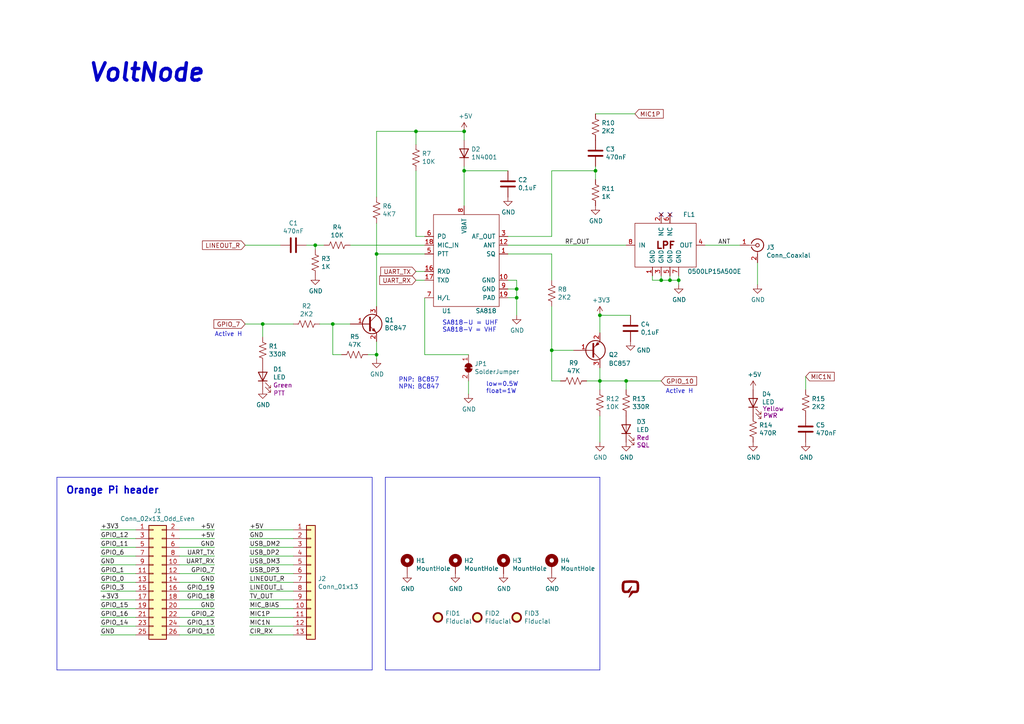
<source format=kicad_sch>
(kicad_sch (version 20230121) (generator eeschema)
  (paper "A4")
  (title_block (title "VoltNode - SA818 EchoLink Node") (date "2023-10-03") (rev "B") (company "Voltlog"))
  (lib_symbols
    (symbol "Connector:Conn_Coaxial" (pin_names (offset 1.016) hide)
      (property "Reference" "J" (at 0.254 3.048 0))
      (property "Value" "Conn_Coaxial" (at 2.921 0 90))
      (symbol "Conn_Coaxial_0_1"
        (arc (start -1.778 -0.508) (mid 0.2311 -1.8066) (end 1.778 0) (stroke (width 0.254)))
        (polyline (pts (xy -2.54 0) (xy -0.508 0)))
        (polyline (pts (xy 0 -2.54) (xy 0 -1.778)))
        (circle (center 0 0) (radius 0.508) (stroke (width 0.2032)))
        (arc (start 1.778 0) (mid 0.2099 1.8101) (end -1.778 0.508) (stroke (width 0.254)))
      )
      (symbol "Conn_Coaxial_1_1"
        (pin passive line (at -5.08 0 0) (length 2.54) (name "In") (number "1"))
        (pin passive line (at 0 -5.08 90) (length 2.54) (name "Ext") (number "2"))
      )
    )
    (symbol "Connector_Generic:Conn_01x13" (pin_names (offset 1.016) hide)
      (property "Reference" "J" (at 0 17.78 0))
      (property "Value" "Conn_01x13" (at 0 -17.78 0))
      (symbol "Conn_01x13_1_1"
        (rectangle (start -1.27 -15.113) (end 0 -15.367) (stroke (width 0.1524)))
        (rectangle (start -1.27 -12.573) (end 0 -12.827) (stroke (width 0.1524)))
        (rectangle (start -1.27 -10.033) (end 0 -10.287) (stroke (width 0.1524)))
        (rectangle (start -1.27 -7.493) (end 0 -7.747) (stroke (width 0.1524)))
        (rectangle (start -1.27 -4.953) (end 0 -5.207) (stroke (width 0.1524)))
        (rectangle (start -1.27 -2.413) (end 0 -2.667) (stroke (width 0.1524)))
        (rectangle (start -1.27 0.127) (end 0 -0.127) (stroke (width 0.1524)))
        (rectangle (start -1.27 2.667) (end 0 2.413) (stroke (width 0.1524)))
        (rectangle (start -1.27 5.207) (end 0 4.953) (stroke (width 0.1524)))
        (rectangle (start -1.27 7.747) (end 0 7.493) (stroke (width 0.1524)))
        (rectangle (start -1.27 10.287) (end 0 10.033) (stroke (width 0.1524)))
        (rectangle (start -1.27 12.827) (end 0 12.573) (stroke (width 0.1524)))
        (rectangle (start -1.27 15.367) (end 0 15.113) (stroke (width 0.1524)))
        (rectangle (start -1.27 16.51) (end 1.27 -16.51) (stroke (width 0.254)) (fill (type background)))
        (pin passive line (at -5.08 15.24 0) (length 3.81) (name "Pin_1") (number "1"))
        (pin passive line (at -5.08 -7.62 0) (length 3.81) (name "Pin_10") (number "10"))
        (pin passive line (at -5.08 -10.16 0) (length 3.81) (name "Pin_11") (number "11"))
        (pin passive line (at -5.08 -12.7 0) (length 3.81) (name "Pin_12") (number "12"))
        (pin passive line (at -5.08 -15.24 0) (length 3.81) (name "Pin_13") (number "13"))
        (pin passive line (at -5.08 12.7 0) (length 3.81) (name "Pin_2") (number "2"))
        (pin passive line (at -5.08 10.16 0) (length 3.81) (name "Pin_3") (number "3"))
        (pin passive line (at -5.08 7.62 0) (length 3.81) (name "Pin_4") (number "4"))
        (pin passive line (at -5.08 5.08 0) (length 3.81) (name "Pin_5") (number "5"))
        (pin passive line (at -5.08 2.54 0) (length 3.81) (name "Pin_6") (number "6"))
        (pin passive line (at -5.08 0 0) (length 3.81) (name "Pin_7") (number "7"))
        (pin passive line (at -5.08 -2.54 0) (length 3.81) (name "Pin_8") (number "8"))
        (pin passive line (at -5.08 -5.08 0) (length 3.81) (name "Pin_9") (number "9"))
      )
    )
    (symbol "Connector_Generic:Conn_02x13_Odd_Even" (pin_names (offset 1.016) hide)
      (property "Reference" "J" (at 1.27 17.78 0))
      (property "Value" "Conn_02x13_Odd_Even" (at 1.27 -17.78 0))
      (symbol "Conn_02x13_Odd_Even_1_1"
        (rectangle (start -1.27 -15.113) (end 0 -15.367) (stroke (width 0.1524)))
        (rectangle (start -1.27 -12.573) (end 0 -12.827) (stroke (width 0.1524)))
        (rectangle (start -1.27 -10.033) (end 0 -10.287) (stroke (width 0.1524)))
        (rectangle (start -1.27 -7.493) (end 0 -7.747) (stroke (width 0.1524)))
        (rectangle (start -1.27 -4.953) (end 0 -5.207) (stroke (width 0.1524)))
        (rectangle (start -1.27 -2.413) (end 0 -2.667) (stroke (width 0.1524)))
        (rectangle (start -1.27 0.127) (end 0 -0.127) (stroke (width 0.1524)))
        (rectangle (start -1.27 2.667) (end 0 2.413) (stroke (width 0.1524)))
        (rectangle (start -1.27 5.207) (end 0 4.953) (stroke (width 0.1524)))
        (rectangle (start -1.27 7.747) (end 0 7.493) (stroke (width 0.1524)))
        (rectangle (start -1.27 10.287) (end 0 10.033) (stroke (width 0.1524)))
        (rectangle (start -1.27 12.827) (end 0 12.573) (stroke (width 0.1524)))
        (rectangle (start -1.27 15.367) (end 0 15.113) (stroke (width 0.1524)))
        (rectangle (start -1.27 16.51) (end 3.81 -16.51) (stroke (width 0.254)) (fill (type background)))
        (rectangle (start 3.81 -15.113) (end 2.54 -15.367) (stroke (width 0.1524)))
        (rectangle (start 3.81 -12.573) (end 2.54 -12.827) (stroke (width 0.1524)))
        (rectangle (start 3.81 -10.033) (end 2.54 -10.287) (stroke (width 0.1524)))
        (rectangle (start 3.81 -7.493) (end 2.54 -7.747) (stroke (width 0.1524)))
        (rectangle (start 3.81 -4.953) (end 2.54 -5.207) (stroke (width 0.1524)))
        (rectangle (start 3.81 -2.413) (end 2.54 -2.667) (stroke (width 0.1524)))
        (rectangle (start 3.81 0.127) (end 2.54 -0.127) (stroke (width 0.1524)))
        (rectangle (start 3.81 2.667) (end 2.54 2.413) (stroke (width 0.1524)))
        (rectangle (start 3.81 5.207) (end 2.54 4.953) (stroke (width 0.1524)))
        (rectangle (start 3.81 7.747) (end 2.54 7.493) (stroke (width 0.1524)))
        (rectangle (start 3.81 10.287) (end 2.54 10.033) (stroke (width 0.1524)))
        (rectangle (start 3.81 12.827) (end 2.54 12.573) (stroke (width 0.1524)))
        (rectangle (start 3.81 15.367) (end 2.54 15.113) (stroke (width 0.1524)))
        (pin passive line (at -5.08 15.24 0) (length 3.81) (name "Pin_1") (number "1"))
        (pin passive line (at 7.62 5.08 180) (length 3.81) (name "Pin_10") (number "10"))
        (pin passive line (at -5.08 2.54 0) (length 3.81) (name "Pin_11") (number "11"))
        (pin passive line (at 7.62 2.54 180) (length 3.81) (name "Pin_12") (number "12"))
        (pin passive line (at -5.08 0 0) (length 3.81) (name "Pin_13") (number "13"))
        (pin passive line (at 7.62 0 180) (length 3.81) (name "Pin_14") (number "14"))
        (pin passive line (at -5.08 -2.54 0) (length 3.81) (name "Pin_15") (number "15"))
        (pin passive line (at 7.62 -2.54 180) (length 3.81) (name "Pin_16") (number "16"))
        (pin passive line (at -5.08 -5.08 0) (length 3.81) (name "Pin_17") (number "17"))
        (pin passive line (at 7.62 -5.08 180) (length 3.81) (name "Pin_18") (number "18"))
        (pin passive line (at -5.08 -7.62 0) (length 3.81) (name "Pin_19") (number "19"))
        (pin passive line (at 7.62 15.24 180) (length 3.81) (name "Pin_2") (number "2"))
        (pin passive line (at 7.62 -7.62 180) (length 3.81) (name "Pin_20") (number "20"))
        (pin passive line (at -5.08 -10.16 0) (length 3.81) (name "Pin_21") (number "21"))
        (pin passive line (at 7.62 -10.16 180) (length 3.81) (name "Pin_22") (number "22"))
        (pin passive line (at -5.08 -12.7 0) (length 3.81) (name "Pin_23") (number "23"))
        (pin passive line (at 7.62 -12.7 180) (length 3.81) (name "Pin_24") (number "24"))
        (pin passive line (at -5.08 -15.24 0) (length 3.81) (name "Pin_25") (number "25"))
        (pin passive line (at 7.62 -15.24 180) (length 3.81) (name "Pin_26") (number "26"))
        (pin passive line (at -5.08 12.7 0) (length 3.81) (name "Pin_3") (number "3"))
        (pin passive line (at 7.62 12.7 180) (length 3.81) (name "Pin_4") (number "4"))
        (pin passive line (at -5.08 10.16 0) (length 3.81) (name "Pin_5") (number "5"))
        (pin passive line (at 7.62 10.16 180) (length 3.81) (name "Pin_6") (number "6"))
        (pin passive line (at -5.08 7.62 0) (length 3.81) (name "Pin_7") (number "7"))
        (pin passive line (at 7.62 7.62 180) (length 3.81) (name "Pin_8") (number "8"))
        (pin passive line (at -5.08 5.08 0) (length 3.81) (name "Pin_9") (number "9"))
      )
    )
    (symbol "Device:C" (pin_numbers hide) (pin_names (offset 0.254))
      (property "Reference" "C" (at 0.635 2.54 0))
      (property "Value" "C" (at 0.635 -2.54 0))
      (symbol "C_0_1"
        (polyline (pts (xy -2.032 -0.762) (xy 2.032 -0.762)) (stroke (width 0.508)))
        (polyline (pts (xy -2.032 0.762) (xy 2.032 0.762)) (stroke (width 0.508)))
      )
      (symbol "C_1_1"
        (pin passive line (at 0 3.81 270) (length 2.794) (name "~") (number "1"))
        (pin passive line (at 0 -3.81 90) (length 2.794) (name "~") (number "2"))
      )
    )
    (symbol "Device:D" (pin_numbers hide) (pin_names (offset 1.016) hide)
      (property "Reference" "D" (at 0 2.54 0))
      (property "Value" "D" (at 0 -2.54 0))
      (symbol "D_0_1"
        (polyline (pts (xy -1.27 1.27) (xy -1.27 -1.27)) (stroke (width 0.254)))
        (polyline (pts (xy 1.27 0) (xy -1.27 0)))
        (polyline (pts (xy 1.27 1.27) (xy 1.27 -1.27) (xy -1.27 0) (xy 1.27 1.27)) (stroke (width 0.254)))
      )
      (symbol "D_1_1"
        (pin passive line (at -3.81 0 0) (length 2.54) (name "K") (number "1"))
        (pin passive line (at 3.81 0 180) (length 2.54) (name "A") (number "2"))
      )
    )
    (symbol "Device:LED" (pin_numbers hide) (pin_names (offset 1.016) hide)
      (property "Reference" "D" (at 0 2.54 0))
      (property "Value" "LED" (at 0 -2.54 0))
      (symbol "LED_0_1"
        (polyline (pts (xy -1.27 -1.27) (xy -1.27 1.27)) (stroke (width 0.254)))
        (polyline (pts (xy -1.27 0) (xy 1.27 0)))
        (polyline (pts (xy 1.27 -1.27) (xy 1.27 1.27) (xy -1.27 0) (xy 1.27 -1.27)) (stroke (width 0.254)))
        (polyline (pts (xy -3.048 -0.762) (xy -4.572 -2.286) (xy -3.81 -2.286) (xy -4.572 -2.286) (xy -4.572 -1.524)))
        (polyline (pts (xy -1.778 -0.762) (xy -3.302 -2.286) (xy -2.54 -2.286) (xy -3.302 -2.286) (xy -3.302 -1.524)))
      )
      (symbol "LED_1_1"
        (pin passive line (at -3.81 0 0) (length 2.54) (name "K") (number "1"))
        (pin passive line (at 3.81 0 180) (length 2.54) (name "A") (number "2"))
      )
    )
    (symbol "Device:Q_NPN_BEC" (pin_names (offset 0) hide)
      (property "Reference" "Q" (at 5.08 1.27 0))
      (property "Value" "Q_NPN_BEC" (at 5.08 -1.27 0))
      (symbol "Q_NPN_BEC_0_1"
        (polyline (pts (xy 0.635 0.635) (xy 2.54 2.54)))
        (polyline (pts (xy 0.635 -0.635) (xy 2.54 -2.54) (xy 2.54 -2.54)))
        (polyline (pts (xy 0.635 1.905) (xy 0.635 -1.905) (xy 0.635 -1.905)) (stroke (width 0.508)))
        (polyline (pts (xy 1.27 -1.778) (xy 1.778 -1.27) (xy 2.286 -2.286) (xy 1.27 -1.778) (xy 1.27 -1.778)) (fill (type outline)))
        (circle (center 1.27 0) (radius 2.8194) (stroke (width 0.254)))
      )
      (symbol "Q_NPN_BEC_1_1"
        (pin input line (at -5.08 0 0) (length 5.715) (name "B") (number "1"))
        (pin passive line (at 2.54 -5.08 90) (length 2.54) (name "E") (number "2"))
        (pin passive line (at 2.54 5.08 270) (length 2.54) (name "C") (number "3"))
      )
    )
    (symbol "Device:Q_PNP_BEC" (pin_names (offset 0) hide)
      (property "Reference" "Q" (at 5.08 1.27 0))
      (property "Value" "Q_PNP_BEC" (at 5.08 -1.27 0))
      (symbol "Q_PNP_BEC_0_1"
        (polyline (pts (xy 0.635 0.635) (xy 2.54 2.54)))
        (polyline (pts (xy 0.635 -0.635) (xy 2.54 -2.54) (xy 2.54 -2.54)))
        (polyline (pts (xy 0.635 1.905) (xy 0.635 -1.905) (xy 0.635 -1.905)) (stroke (width 0.508)))
        (polyline (pts (xy 2.286 -1.778) (xy 1.778 -2.286) (xy 1.27 -1.27) (xy 2.286 -1.778) (xy 2.286 -1.778)) (fill (type outline)))
        (circle (center 1.27 0) (radius 2.8194) (stroke (width 0.254)))
      )
      (symbol "Q_PNP_BEC_1_1"
        (pin input line (at -5.08 0 0) (length 5.715) (name "B") (number "1"))
        (pin passive line (at 2.54 -5.08 90) (length 2.54) (name "E") (number "2"))
        (pin passive line (at 2.54 5.08 270) (length 2.54) (name "C") (number "3"))
      )
    )
    (symbol "Device:R_US" (pin_numbers hide) (pin_names (offset 0))
      (property "Reference" "R" (at 2.54 0 90))
      (property "Value" "R_US" (at -2.54 0 90))
      (symbol "R_US_0_1"
        (polyline (pts (xy 0 -2.286) (xy 0 -2.54)))
        (polyline (pts (xy 0 2.286) (xy 0 2.54)))
        (polyline (pts (xy 0 -0.762) (xy 1.016 -1.143) (xy 0 -1.524) (xy -1.016 -1.905) (xy 0 -2.286)))
        (polyline (pts (xy 0 0.762) (xy 1.016 0.381) (xy 0 0) (xy -1.016 -0.381) (xy 0 -0.762)))
        (polyline (pts (xy 0 2.286) (xy 1.016 1.905) (xy 0 1.524) (xy -1.016 1.143) (xy 0 0.762)))
      )
      (symbol "R_US_1_1"
        (pin passive line (at 0 3.81 270) (length 1.27) (name "~") (number "1"))
        (pin passive line (at 0 -3.81 90) (length 1.27) (name "~") (number "2"))
      )
    )
    (symbol "Jumper:SolderJumper_2_Bridged" (pin_names (offset 0) hide)
      (property "Reference" "JP" (at 0 2.032 0))
      (property "Value" "SolderJumper_2_Bridged" (at 0 -2.54 0))
      (symbol "SolderJumper_2_Bridged_0_1"
        (rectangle (start -0.508 0.508) (end 0.508 -0.508) (fill (type outline)))
        (arc (start -0.254 1.016) (mid -1.2656 0) (end -0.254 -1.016))
        (arc (start -0.254 1.016) (mid -1.2656 0) (end -0.254 -1.016) (fill (type outline)))
        (polyline (pts (xy -0.254 1.016) (xy -0.254 -1.016)))
        (polyline (pts (xy 0.254 1.016) (xy 0.254 -1.016)))
        (arc (start 0.254 -1.016) (mid 1.2656 0) (end 0.254 1.016))
        (arc (start 0.254 -1.016) (mid 1.2656 0) (end 0.254 1.016) (fill (type outline)))
      )
      (symbol "SolderJumper_2_Bridged_1_1"
        (pin passive line (at -3.81 0 0) (length 2.54) (name "A") (number "1"))
        (pin passive line (at 3.81 0 180) (length 2.54) (name "B") (number "2"))
      )
    )
    (symbol "Mechanical:Fiducial"
      (property "Reference" "FID" (at 0 5.08 0))
      (property "Value" "Fiducial" (at 0 3.175 0))
      (symbol "Fiducial_0_1"
        (circle (center 0 0) (radius 1.27) (stroke (width 0.508)) (fill (type background)))
      )
    )
    (symbol "Mechanical:MountingHole_Pad" (pin_numbers hide) (pin_names (offset 1.016) hide)
      (property "Reference" "H" (at 0 6.35 0))
      (property "Value" "MountingHole_Pad" (at 0 4.445 0))
      (symbol "MountingHole_Pad_0_1"
        (circle (center 0 1.27) (radius 1.27) (stroke (width 1.27)))
      )
      (symbol "MountingHole_Pad_1_1"
        (pin input line (at 0 -2.54 90) (length 2.54) (name "1") (number "1"))
      )
    )
    (symbol "power:+3V3" (power) (pin_names (offset 0))
      (property "Value" "+3V3" (at 0 3.556 0))
      (symbol "+3V3_0_1"
        (polyline (pts (xy -0.762 1.27) (xy 0 2.54)))
        (polyline (pts (xy 0 0) (xy 0 2.54)))
        (polyline (pts (xy 0 2.54) (xy 0.762 1.27)))
      )
      (symbol "+3V3_1_1"
        (pin power_in line (at 0 0 90) (length 0) hide (name "+3V3") (number "1"))
      )
    )
    (symbol "power:+5V" (power) (pin_names (offset 0))
      (property "Value" "+5V" (at 0 3.556 0))
      (symbol "+5V_0_1"
        (polyline (pts (xy -0.762 1.27) (xy 0 2.54)))
        (polyline (pts (xy 0 0) (xy 0 2.54)))
        (polyline (pts (xy 0 2.54) (xy 0.762 1.27)))
      )
      (symbol "+5V_1_1"
        (pin power_in line (at 0 0 90) (length 0) hide (name "+5V") (number "1"))
      )
    )
    (symbol "power:GND" (power) (pin_names (offset 0))
      (property "Value" "GND" (at 0 -3.81 0))
      (symbol "GND_0_1"
        (polyline (pts (xy 0 0) (xy 0 -1.27) (xy 1.27 -1.27) (xy 0 -2.54) (xy -1.27 -1.27) (xy 0 -1.27)))
      )
      (symbol "GND_1_1"
        (pin power_in line (at 0 0 270) (length 0) hide (name "GND") (number "1"))
      )
    )
    (symbol "voltlog UHF repeater-rescue:LPF-voltlog" (pin_names (offset 1.016))
      (property "Reference" "FL" (at -1.27 22.86 0))
      (property "Value" "voltlog_LPF" (at 0 5.08 0))
      (symbol "LPF-voltlog_0_0"
        (text "LPF" (at -8.89 13.97 0) (effects (font (size 2.0066 2.0066) bold)))
      )
      (symbol "LPF-voltlog_0_1"
        (rectangle (start -17.78 20.32) (end 0 7.62))
      )
      (symbol "LPF-voltlog_1_1"
        (pin passive line (at -12.7 5.08 90) (length 2.54) (name "GND") (number "1"))
        (pin no_connect line (at -10.16 22.86 270) (length 2.54) (name "NC") (number "2"))
        (pin passive line (at -10.16 5.08 90) (length 2.54) (name "GND") (number "3"))
        (pin output line (at 2.54 13.97 180) (length 2.54) (name "OUT") (number "4"))
        (pin passive line (at -7.62 5.08 90) (length 2.54) (name "GND") (number "5"))
        (pin no_connect line (at -7.62 22.86 270) (length 2.54) (name "NC") (number "6"))
        (pin passive line (at -5.08 5.08 90) (length 2.54) (name "GND") (number "7"))
        (pin input line (at -20.32 13.97 0) (length 2.54) (name "IN") (number "8"))
      )
    )
    (symbol "voltlog UHF repeater-rescue:SA818-voltlog" (pin_names (offset 1.016))
      (property "Reference" "U" (at -8.89 13.97 0))
      (property "Value" "voltlog_SA818" (at 3.81 13.97 0))
      (symbol "SA818-voltlog_0_1"
        (rectangle (start -10.16 12.7) (end 8.89 -13.97))
      )
      (symbol "SA818-voltlog_1_1"
        (pin input line (at 11.43 1.27 180) (length 2.54) (name "SQ") (number "1"))
        (pin input line (at 11.43 -6.35 180) (length 2.54) (name "GND") (number "10"))
        (pin bidirectional line (at 11.43 3.81 180) (length 2.54) (name "ANT") (number "12"))
        (pin input line (at -12.7 -3.81 0) (length 2.54) (name "RXD") (number "16"))
        (pin input line (at -12.7 -6.35 0) (length 2.54) (name "TXD") (number "17"))
        (pin input line (at -12.7 3.81 0) (length 2.54) (name "MIC_IN") (number "18"))
        (pin input line (at 11.43 -11.43 180) (length 2.54) (name "PAD") (number "19"))
        (pin output line (at 11.43 6.35 180) (length 2.54) (name "AF_OUT") (number "3"))
        (pin input line (at -12.7 1.27 0) (length 2.54) (name "PTT") (number "5"))
        (pin input line (at -12.7 6.35 0) (length 2.54) (name "PD") (number "6"))
        (pin input line (at -12.7 -11.43 0) (length 2.54) (name "H/L") (number "7"))
        (pin power_in line (at -1.27 15.24 270) (length 2.54) (name "VBAT") (number "8"))
        (pin input line (at 11.43 -8.89 180) (length 2.54) (name "GND") (number "9"))
      )
    )
    (symbol "voltlog UHF repeater-rescue:VOLTLOG_LOGO-voltlog" (pin_numbers hide) (pin_names (offset 0) hide)
      (symbol "VOLTLOG_LOGO-voltlog_0_0"
        (polyline (pts (xy -0.4064 -3.0988) (xy -0.4064 -3.0734) (xy -0.2286 -2.8956) (xy -0.1778 -2.8194) (xy -0.0254 -2.667) (xy 0.0508 -2.5654) (xy 0.2032 -2.413) (xy 0.2794 -2.3114) (xy 0.4318 -2.159) (xy 0.5334 -2.0066) (xy 0.7366 -1.8034) (xy 1.524 -1.8034) (xy 1.6002 -1.778) (xy 1.7018 -1.778) (xy 1.8288 -1.7526) (xy 1.9558 -1.7018) (xy 2.0574 -1.6256) (xy 2.2352 -1.4478) (xy 2.286 -1.3462) (xy 2.3622 -1.2192) (xy 2.3876 -1.0922) (xy 2.413 -1.0414) (xy 2.413 -0.9398) (xy 2.4384 -0.8382) (xy 2.4384 -0.7366) (xy 2.4638 -0.6096) (xy 2.4638 0.6096) (xy 2.4384 0.6858) (xy 2.4384 0.762) (xy 2.413 0.8382) (xy 2.413 0.9398) (xy 2.3622 1.143) (xy 2.3114 1.2954) (xy 2.2606 1.3716) (xy 2.2098 1.4224) (xy 2.159 1.4986) (xy 2.1082 1.524) (xy 2.0574 1.5748) (xy 1.9812 1.6256) (xy 1.8796 1.6764) (xy 1.7272 1.7272) (xy 1.6256 1.7526) (xy 1.524 1.7526) (xy 1.397 1.778) (xy 1.27 1.778) (xy 1.1176 1.8034) (xy 0.6096 1.8034) (xy 0.4318 1.8288) (xy -0.4826 1.8288) (xy -0.6604 1.8034) (xy -1.143 1.8034) (xy -1.2954 1.778) (xy -1.4224 1.778) (xy -1.5494 1.7526) (xy -1.651 1.7526) (xy -1.7272 1.7272) (xy -1.8034 1.7272) (xy -1.9304 1.6764) (xy -2.032 1.6256) (xy -2.1336 1.5494) (xy -2.2352 1.4478) (xy -2.2606 1.397) (xy -2.3622 1.2954) (xy -2.413 1.143) (xy -2.4638 0.9398) (xy -2.4638 0.8382) (xy -2.4892 0.7112) (xy -2.5146 0.5588) (xy -2.5146 -0.635) (xy -2.4638 -0.889) (xy -2.4638 -0.9906) (xy -2.4384 -1.0922) (xy -2.3876 -1.2446) (xy -2.286 -1.4478) (xy -2.1844 -1.5494) (xy -1.9812 -1.7018) (xy -1.8542 -1.7526) (xy -1.7526 -1.8034) (xy -1.1938 -1.8034) (xy -1.1176 -1.778) (xy -0.5588 -1.778) (xy -0.4064 -1.7018) (xy -0.3302 -1.651) (xy -0.1778 -1.4986) (xy -0.1778 -1.4732) (xy -0.127 -1.3716) (xy -0.0508 -1.143) (xy -0.0254 -1.0922) (xy 0 -1.016) (xy 0.0254 -0.9144) (xy 0.0762 -0.8128) (xy 0.1016 -0.7112) (xy 0.1524 -0.5842) (xy 0.1778 -0.4826) (xy 0.2286 -0.3556) (xy 0.2286 -0.3302) (xy 0.254 -0.254) (xy 0.3048 -0.1524) (xy 0.3556 0) (xy 0.3556 0.0508) (xy 0.381 0.1016) (xy 0.381 0.127) (xy 0.4064 0.127) (xy 0.3556 0.1778) (xy 0.3302 0.1778) (xy 0.3302 0.1524) (xy 0.3048 0.1524) (xy 0.1778 0.0254) (xy 0.1524 -0.0254) (xy 0.0508 -0.127) (xy 0 -0.2032) (xy -0.1524 -0.3556) (xy -0.2286 -0.4572) (xy -0.4064 -0.635) (xy -0.4826 -0.7366) (xy -0.5334 -0.8128) (xy -0.6096 -0.8636) (xy -0.6604 -0.9398) (xy -0.8128 -1.0922) (xy -0.8636 -1.1684) (xy -1.4224 -1.1684) (xy -1.4986 -1.143) (xy -1.6256 -1.143) (xy -1.651 -1.1176) (xy -1.7272 -1.0922) (xy -1.778 -0.9906) (xy -1.8034 -0.9652) (xy -1.8034 -0.889) (xy -1.8288 -0.7874) (xy -1.8288 -0.6858) (xy -1.8542 -0.5588) (xy -1.8542 0.4572) (xy -1.8288 0.5842) (xy -1.8288 0.7112) (xy -1.8034 0.8128) (xy -1.8034 0.8636) (xy -1.778 0.9144) (xy -1.778 0.9652) (xy -1.7526 1.016) (xy -1.7272 1.0414) (xy -1.6256 1.0922) (xy -1.5748 1.0922) (xy -1.4986 1.1176) (xy -1.2954 1.1176) (xy -1.1684 1.143) (xy -0.8636 1.143) (xy -0.6858 1.1684) (xy 0.5588 1.1684) (xy 0.7366 1.143) (xy 1.1684 1.143) (xy 1.2954 1.1176) (xy 1.397 1.1176) (xy 1.4986 1.0922) (xy 1.5748 1.0922) (xy 1.6764 1.0414) (xy 1.7018 1.016) (xy 1.7272 0.9652) (xy 1.7526 0.889) (xy 1.7526 0.8128) (xy 1.778 0.7874) (xy 1.778 0.6858) (xy 1.8034 0.5588) (xy 1.8034 0.2794) (xy 1.8288 0.127) (xy 1.8288 -0.1778) (xy 1.8034 -0.3302) (xy 1.8034 -0.5842) (xy 1.778 -0.7112) (xy 1.778 -0.8128) (xy 1.7526 -0.9144) (xy 1.7526 -0.9906) (xy 1.7272 -1.016) (xy 1.7018 -1.0668) (xy 1.651 -1.1176) (xy 1.6002 -1.143) (xy 1.5748 -1.143) (xy 1.524 -1.1684) (xy 0.5334 -1.1684) (xy 0.4826 -1.1938) (xy 0.381 -1.1938) (xy 0.3556 -1.2192) (xy 0.3302 -1.2192) (xy 0.2794 -1.2446) (xy 0.2286 -1.2954) (xy 0.1524 -1.3462) (xy 0.0508 -1.4986) (xy 0.0254 -1.524) (xy 0 -1.5748) (xy 0 -1.6256) (xy -0.0254 -1.6764) (xy -0.0508 -1.7526) (xy -0.0762 -1.778) (xy -0.0762 -1.8288) (xy -0.127 -1.9812) (xy -0.1778 -2.0828) (xy -0.2032 -2.1844) (xy -0.254 -2.286) (xy -0.2794 -2.413) (xy -0.3302 -2.5146) (xy -0.3556 -2.6162) (xy -0.381 -2.6924) (xy -0.4318 -2.794) (xy -0.4826 -2.9464) (xy -0.4826 -2.9972) (xy -0.508 -3.048) (xy -0.508 -3.1242) (xy -0.4318 -3.1242) (xy -0.4064 -3.0988)) (stroke (width 0.0254)) (fill (type outline)))
      )
    )
  )
  (junction (at 76.2 93.98))
  (junction (at 173.99 91.44))
  (junction (at 91.44 71.12))
  (junction (at 109.22 73.66))
  (junction (at 181.61 110.49))
  (junction (at 196.85 81.28))
  (junction (at 149.86 83.82))
  (junction (at 160.02 101.6))
  (junction (at 109.22 102.87))
  (junction (at 134.62 49.53))
  (junction (at 173.99 110.49))
  (junction (at 194.31 81.28))
  (junction (at 134.62 38.1))
  (junction (at 172.72 49.53))
  (junction (at 149.86 86.36))
  (junction (at 120.65 38.1))
  (junction (at 96.52 93.98))
  (junction (at 191.77 81.28))
  (no_connect (at 194.31 62.23))
  (no_connect (at 191.77 62.23))
  (wire (pts (xy 29.21 168.91) (xy 39.37 168.91)))
  (wire (pts (xy 29.21 166.37) (xy 39.37 166.37)))
  (polyline (pts (xy 111.76 194.31) (xy 173.99 194.31)))
  (wire (pts (xy 72.39 173.99) (xy 85.09 173.99)))
  (wire (pts (xy 72.39 166.37) (xy 85.09 166.37)))
  (wire (pts (xy 147.32 49.53) (xy 134.62 49.53)))
  (wire (pts (xy 62.23 171.45) (xy 52.07 171.45)))
  (wire (pts (xy 149.86 81.28) (xy 149.86 83.82)))
  (polyline (pts (xy 107.95 138.43) (xy 107.95 194.31)))
  (wire (pts (xy 62.23 176.53) (xy 52.07 176.53)))
  (wire (pts (xy 99.06 102.87) (xy 96.52 102.87)))
  (wire (pts (xy 72.39 179.07) (xy 85.09 179.07)))
  (wire (pts (xy 120.65 68.58) (xy 123.19 68.58)))
  (wire (pts (xy 109.22 99.06) (xy 109.22 102.87)))
  (wire (pts (xy 204.47 71.12) (xy 214.63 71.12)))
  (wire (pts (xy 147.32 71.12) (xy 181.61 71.12)))
  (wire (pts (xy 96.52 93.98) (xy 101.6 93.98)))
  (wire (pts (xy 120.65 78.74) (xy 123.19 78.74)))
  (wire (pts (xy 123.19 73.66) (xy 109.22 73.66)))
  (wire (pts (xy 72.39 181.61) (xy 85.09 181.61)))
  (wire (pts (xy 72.39 176.53) (xy 85.09 176.53)))
  (polyline (pts (xy 111.76 138.43) (xy 173.99 138.43)))
  (wire (pts (xy 134.62 38.1) (xy 134.62 40.64)))
  (wire (pts (xy 184.15 33.02) (xy 172.72 33.02)))
  (wire (pts (xy 62.23 184.15) (xy 52.07 184.15)))
  (wire (pts (xy 72.39 168.91) (xy 85.09 168.91)))
  (wire (pts (xy 29.21 163.83) (xy 39.37 163.83)))
  (wire (pts (xy 76.2 97.79) (xy 76.2 93.98)))
  (wire (pts (xy 62.23 181.61) (xy 52.07 181.61)))
  (wire (pts (xy 160.02 73.66) (xy 160.02 81.28)))
  (wire (pts (xy 194.31 81.28) (xy 196.85 81.28)))
  (wire (pts (xy 29.21 184.15) (xy 39.37 184.15)))
  (wire (pts (xy 191.77 81.28) (xy 194.31 81.28)))
  (wire (pts (xy 189.23 81.28) (xy 191.77 81.28)))
  (wire (pts (xy 72.39 153.67) (xy 85.09 153.67)))
  (wire (pts (xy 233.68 109.22) (xy 233.68 113.03)))
  (wire (pts (xy 196.85 81.28) (xy 196.85 82.55)))
  (wire (pts (xy 29.21 173.99) (xy 39.37 173.99)))
  (wire (pts (xy 189.23 80.01) (xy 189.23 81.28)))
  (wire (pts (xy 149.86 86.36) (xy 149.86 91.44)))
  (wire (pts (xy 181.61 113.03) (xy 181.61 110.49)))
  (wire (pts (xy 173.99 91.44) (xy 173.99 96.52)))
  (wire (pts (xy 72.39 161.29) (xy 85.09 161.29)))
  (wire (pts (xy 191.77 80.01) (xy 191.77 81.28)))
  (wire (pts (xy 91.44 72.39) (xy 91.44 71.12)))
  (wire (pts (xy 219.71 76.2) (xy 219.71 82.55)))
  (wire (pts (xy 170.18 110.49) (xy 173.99 110.49)))
  (wire (pts (xy 91.44 71.12) (xy 93.98 71.12)))
  (wire (pts (xy 173.99 91.44) (xy 182.88 91.44)))
  (wire (pts (xy 173.99 110.49) (xy 181.61 110.49)))
  (polyline (pts (xy 16.51 194.31) (xy 16.51 138.43)))
  (wire (pts (xy 120.65 38.1) (xy 120.65 41.91)))
  (polyline (pts (xy 111.76 138.43) (xy 111.76 194.31)))
  (wire (pts (xy 160.02 49.53) (xy 172.72 49.53)))
  (wire (pts (xy 134.62 49.53) (xy 134.62 59.69)))
  (wire (pts (xy 160.02 101.6) (xy 160.02 110.49)))
  (wire (pts (xy 109.22 57.15) (xy 109.22 38.1)))
  (wire (pts (xy 96.52 93.98) (xy 92.71 93.98)))
  (wire (pts (xy 172.72 49.53) (xy 172.72 52.07)))
  (wire (pts (xy 72.39 163.83) (xy 85.09 163.83)))
  (wire (pts (xy 123.19 102.87) (xy 135.89 102.87)))
  (wire (pts (xy 29.21 176.53) (xy 39.37 176.53)))
  (wire (pts (xy 72.39 184.15) (xy 85.09 184.15)))
  (wire (pts (xy 72.39 156.21) (xy 85.09 156.21)))
  (wire (pts (xy 62.23 156.21) (xy 52.07 156.21)))
  (wire (pts (xy 147.32 81.28) (xy 149.86 81.28)))
  (wire (pts (xy 147.32 73.66) (xy 160.02 73.66)))
  (wire (pts (xy 62.23 163.83) (xy 52.07 163.83)))
  (wire (pts (xy 29.21 181.61) (xy 39.37 181.61)))
  (wire (pts (xy 72.39 171.45) (xy 85.09 171.45)))
  (wire (pts (xy 173.99 110.49) (xy 173.99 106.68)))
  (wire (pts (xy 149.86 83.82) (xy 149.86 86.36)))
  (wire (pts (xy 194.31 80.01) (xy 194.31 81.28)))
  (wire (pts (xy 62.23 168.91) (xy 52.07 168.91)))
  (wire (pts (xy 109.22 73.66) (xy 109.22 64.77)))
  (wire (pts (xy 160.02 101.6) (xy 166.37 101.6)))
  (wire (pts (xy 29.21 156.21) (xy 39.37 156.21)))
  (wire (pts (xy 196.85 80.01) (xy 196.85 81.28)))
  (wire (pts (xy 62.23 173.99) (xy 52.07 173.99)))
  (wire (pts (xy 134.62 48.26) (xy 134.62 49.53)))
  (wire (pts (xy 29.21 153.67) (xy 39.37 153.67)))
  (polyline (pts (xy 16.51 138.43) (xy 107.95 138.43)))
  (wire (pts (xy 120.65 81.28) (xy 123.19 81.28)))
  (wire (pts (xy 120.65 38.1) (xy 134.62 38.1)))
  (wire (pts (xy 85.09 93.98) (xy 76.2 93.98)))
  (wire (pts (xy 160.02 88.9) (xy 160.02 101.6)))
  (wire (pts (xy 29.21 179.07) (xy 39.37 179.07)))
  (wire (pts (xy 71.12 71.12) (xy 81.28 71.12)))
  (wire (pts (xy 109.22 38.1) (xy 120.65 38.1)))
  (wire (pts (xy 29.21 171.45) (xy 39.37 171.45)))
  (polyline (pts (xy 173.99 138.43) (xy 173.99 194.31)))
  (wire (pts (xy 62.23 166.37) (xy 52.07 166.37)))
  (wire (pts (xy 120.65 49.53) (xy 120.65 68.58)))
  (wire (pts (xy 62.23 153.67) (xy 52.07 153.67)))
  (wire (pts (xy 173.99 120.65) (xy 173.99 128.27)))
  (wire (pts (xy 109.22 73.66) (xy 109.22 88.9)))
  (wire (pts (xy 62.23 161.29) (xy 52.07 161.29)))
  (polyline (pts (xy 107.95 194.31) (xy 16.51 194.31)))
  (wire (pts (xy 173.99 110.49) (xy 173.99 113.03)))
  (wire (pts (xy 147.32 83.82) (xy 149.86 83.82)))
  (wire (pts (xy 88.9 71.12) (xy 91.44 71.12)))
  (wire (pts (xy 72.39 158.75) (xy 85.09 158.75)))
  (wire (pts (xy 160.02 68.58) (xy 160.02 49.53)))
  (wire (pts (xy 135.89 110.49) (xy 135.89 114.3)))
  (wire (pts (xy 147.32 68.58) (xy 160.02 68.58)))
  (wire (pts (xy 160.02 110.49) (xy 162.56 110.49)))
  (wire (pts (xy 62.23 158.75) (xy 52.07 158.75)))
  (wire (pts (xy 172.72 48.26) (xy 172.72 49.53)))
  (wire (pts (xy 123.19 86.36) (xy 123.19 102.87)))
  (wire (pts (xy 76.2 93.98) (xy 71.12 93.98)))
  (wire (pts (xy 147.32 86.36) (xy 149.86 86.36)))
  (wire (pts (xy 106.68 102.87) (xy 109.22 102.87)))
  (wire (pts (xy 29.21 161.29) (xy 39.37 161.29)))
  (wire (pts (xy 123.19 71.12) (xy 101.6 71.12)))
  (wire (pts (xy 29.21 158.75) (xy 39.37 158.75)))
  (wire (pts (xy 181.61 110.49) (xy 191.77 110.49)))
  (wire (pts (xy 109.22 102.87) (xy 109.22 104.14)))
  (wire (pts (xy 96.52 102.87) (xy 96.52 93.98)))
  (wire (pts (xy 62.23 179.07) (xy 52.07 179.07)))
  (text "Orange Pi header" (at 19.05 143.51 0) (effects (font (size 2.0066 2.0066) (thickness 0.4013) bold) (justify left bottom)))
  (text "SA818-U = UHF\nSA818-V = VHF" (at 128.27 96.52 0) (effects (font (size 1.27 1.27)) (justify left bottom)))
  (text "Active H" (at 193.04 114.3 0) (effects (font (size 1.27 1.27)) (justify left bottom)))
  (text "low=0.5W\nfloat=1W" (at 140.97 114.3 0) (effects (font (size 1.27 1.27)) (justify left bottom)))
  (text "Active H" (at 62.23 97.79 0) (effects (font (size 1.27 1.27)) (justify left bottom)))
  (text "VoltNode" (at 25.4 24.13 0) (effects (font (size 5.0038 5.0038) (thickness 1.0008) bold italic) (justify left bottom)))
  (text "PNP: BC857\nNPN: BC847" (at 115.57 113.03 0) (effects (font (size 1.27 1.27)) (justify left bottom)))
  (label "LINEOUT_R" (at 72.39 168.91 0))
  (label "GPIO_11" (at 29.21 158.75 0))
  (label "TV_OUT" (at 72.39 173.99 0))
  (label "GPIO_18" (at 62.23 173.99 180))
  (label "GPIO_15" (at 29.21 176.53 0))
  (label "USB_DP3" (at 72.39 166.37 0))
  (label "MIC1N" (at 72.39 181.61 0))
  (label "UART_RX" (at 62.23 163.83 180))
  (label "GND" (at 62.23 158.75 180))
  (label "GPIO_3" (at 29.21 171.45 0))
  (label "GPIO_6" (at 29.21 161.29 0))
  (label "GPIO_19" (at 62.23 171.45 180))
  (label "MIC_BIAS" (at 72.39 176.53 0))
  (label "USB_DM3" (at 72.39 163.83 0))
  (label "GPIO_14" (at 29.21 181.61 0))
  (label "GPIO_1" (at 29.21 166.37 0))
  (label "GND" (at 72.39 156.21 0))
  (label "GPIO_12" (at 29.21 156.21 0))
  (label "GPIO_16" (at 29.21 179.07 0))
  (label "GND" (at 29.21 184.15 0))
  (label "+5V" (at 62.23 156.21 180))
  (label "USB_DM2" (at 72.39 158.75 0))
  (label "+3V3" (at 29.21 173.99 0))
  (label "GND" (at 62.23 176.53 180))
  (label "CIR_RX" (at 72.39 184.15 0))
  (label "+5V" (at 62.23 153.67 180))
  (label "RF_OUT" (at 163.83 71.12 0))
  (label "GND" (at 29.21 163.83 0))
  (label "GPIO_7" (at 62.23 166.37 180))
  (label "MIC1P" (at 72.39 179.07 0))
  (label "+5V" (at 72.39 153.67 0))
  (label "GPIO_0" (at 29.21 168.91 0))
  (label "+3V3" (at 29.21 153.67 0))
  (label "GPIO_2" (at 62.23 179.07 180))
  (label "UART_TX" (at 62.23 161.29 180))
  (label "ANT" (at 208.28 71.12 0))
  (label "GND" (at 62.23 168.91 180))
  (label "GPIO_13" (at 62.23 181.61 180))
  (label "LINEOUT_L" (at 72.39 171.45 0))
  (label "USB_DP2" (at 72.39 161.29 0))
  (label "GPIO_10" (at 62.23 184.15 180))
  (global_label "LINEOUT_R" (shape input) (at 71.12 71.12 180) (property "Intersheetrefs" "${INTERSHEET_REFS}" (effects hide)))
  (global_label "UART_RX" (shape input) (at 120.65 81.28 180) (property "Intersheetrefs" "${INTERSHEET_REFS}" (effects hide)))
  (global_label "UART_TX" (shape input) (at 120.65 78.74 180) (property "Intersheetrefs" "${INTERSHEET_REFS}" (effects hide)))
  (global_label "GPIO_10" (shape input) (at 191.77 110.49 0) (property "Intersheetrefs" "${INTERSHEET_REFS}" (effects hide)))
  (global_label "GPIO_7" (shape input) (at 71.12 93.98 180) (property "Intersheetrefs" "${INTERSHEET_REFS}" (effects hide)))
  (global_label "MIC1N" (shape input) (at 233.68 109.22 0) (property "Intersheetrefs" "${INTERSHEET_REFS}" (effects hide)))
  (global_label "MIC1P" (shape input) (at 184.15 33.02 0) (property "Intersheetrefs" "${INTERSHEET_REFS}" (effects hide)))
  (symbol (lib_id "voltlog UHF repeater-rescue:SA818-voltlog") (at 135.89 74.93 0) (unit 1)
    (property "Reference" "U1" (at 129.54 90.17 0))
    (property "Value" "SA818" (at 140.97 90.17 0))
    (property "Footprint" "Voltlog:SA818" (effects hide))
  )
  (symbol (lib_id "Device:R_US") (at 120.65 45.72 0) (unit 1)
    (property "Reference" "R7" (at 122.3772 44.5516 0) (effects (justify left)))
    (property "Value" "10K" (at 122.3772 46.863 0) (effects (justify left)))
    (property "Footprint" "Resistor_SMD:R_0603_1608Metric" (effects hide))
  )
  (symbol (lib_id "power:+5V") (at 134.62 38.1 0) (unit 1)
    (property "Reference" "#PWR04" (effects hide))
    (property "Value" "+5V" (at 135.001 33.7058 0))
  )
  (symbol (lib_id "Device:C") (at 147.32 53.34 0) (unit 1)
    (property "Reference" "C2" (at 150.241 52.1716 0) (effects (justify left)))
    (property "Value" "0,1uF" (at 150.241 54.483 0) (effects (justify left)))
    (property "Footprint" "Capacitor_SMD:C_0603_1608Metric" (effects hide))
  )
  (symbol (lib_id "Device:LED") (at 218.44 116.84 90) (unit 1)
    (property "Reference" "D4" (at 220.98 114.3 90) (effects (justify right)))
    (property "Value" "LED" (at 220.98 116.6114 90) (effects (justify right)))
    (property "Footprint" "LED_SMD:LED_0603_1608Metric" (effects hide))
    (property "Color" "Yellow" (at 221.1645 118.5559 90) (effects (justify right)))
    (property "JLCPCB Part #" "C72038" (effects hide))
    (property "Description" "PWR" (at 221.3423 120.5296 90) (effects (justify right)))
  )
  (symbol (lib_id "Device:Q_NPN_BEC") (at 106.68 93.98 0) (unit 1)
    (property "Reference" "Q1" (at 111.5314 92.8116 0) (effects (justify left)))
    (property "Value" "BC847" (at 111.5314 95.123 0) (effects (justify left)))
    (property "Footprint" "Package_TO_SOT_SMD:SOT-23" (effects hide))
    (property "Datasheet" "http://www.infineon.com/dgdl/Infineon-BC847SERIES_BC848SERIES_BC849SERIES_BC850SERIES-DS-v01_01-en.pdf?fileId=db3a304314dca389011541d4630a1657" (effects hide))
  )
  (symbol (lib_id "Connector:Conn_Coaxial") (at 219.71 71.12 0) (unit 1)
    (property "Reference" "J3" (at 222.25 71.755 0) (effects (justify left)))
    (property "Value" "Conn_Coaxial" (at 222.25 74.0664 0) (effects (justify left)))
    (property "Footprint" "Connector_Coaxial:SMA_Amphenol_132134_Vertical" (effects hide))
    (property "Datasheet" " ~" (effects hide))
    (property "JLCPCB Part #" "C914559" (effects hide))
  )
  (symbol (lib_id "power:GND") (at 149.86 91.44 0) (unit 1)
    (property "Reference" "#PWR06" (effects hide))
    (property "Value" "GND" (at 149.987 95.8342 0))
  )
  (symbol (lib_id "Device:D") (at 134.62 44.45 90) (unit 1)
    (property "Reference" "D2" (at 136.652 43.2816 90) (effects (justify right)))
    (property "Value" "1N4001" (at 136.652 45.593 90) (effects (justify right)))
    (property "Footprint" "Diode_SMD:D_SMA" (effects hide))
  )
  (symbol (lib_id "power:GND") (at 147.32 57.15 0) (unit 1)
    (property "Reference" "#PWR05" (effects hide))
    (property "Value" "GND" (at 147.447 61.5442 0))
  )
  (symbol (lib_id "power:+5V") (at 218.44 113.03 0) (unit 1)
    (property "Reference" "#PWR013" (effects hide))
    (property "Value" "+5V" (at 218.821 108.6358 0))
  )
  (symbol (lib_id "Device:R_US") (at 218.44 124.46 0) (unit 1)
    (property "Reference" "R14" (at 220.1672 123.2916 0) (effects (justify left)))
    (property "Value" "470R" (at 220.1672 125.603 0) (effects (justify left)))
    (property "Footprint" "Resistor_SMD:R_0603_1608Metric" (effects hide))
  )
  (symbol (lib_id "power:GND") (at 218.44 128.27 0) (unit 1)
    (property "Reference" "#PWR014" (effects hide))
    (property "Value" "GND" (at 218.567 132.6642 0))
  )
  (symbol (lib_id "Device:C") (at 172.72 44.45 0) (unit 1)
    (property "Reference" "C3" (at 175.641 43.2816 0) (effects (justify left)))
    (property "Value" "470nF" (at 175.641 45.593 0) (effects (justify left)))
    (property "Footprint" "Capacitor_SMD:C_0603_1608Metric" (effects hide))
  )
  (symbol (lib_id "Device:R_US") (at 172.72 36.83 0) (unit 1)
    (property "Reference" "R10" (at 174.4472 35.6616 0) (effects (justify left)))
    (property "Value" "2K2" (at 174.4472 37.973 0) (effects (justify left)))
    (property "Footprint" "Resistor_SMD:R_0603_1608Metric" (effects hide))
  )
  (symbol (lib_id "Device:R_US") (at 172.72 55.88 0) (unit 1)
    (property "Reference" "R11" (at 174.4472 54.7116 0) (effects (justify left)))
    (property "Value" "1K" (at 174.4472 57.023 0) (effects (justify left)))
    (property "Footprint" "Resistor_SMD:R_0603_1608Metric" (effects hide))
  )
  (symbol (lib_id "power:GND") (at 172.72 59.69 0) (unit 1)
    (property "Reference" "#PWR07" (effects hide))
    (property "Value" "GND" (at 172.847 64.0842 0))
  )
  (symbol (lib_id "Device:Q_PNP_BEC") (at 171.45 101.6 0) (mirror x) (unit 1)
    (property "Reference" "Q2" (at 176.53 102.87 0) (effects (justify left)))
    (property "Value" "BC857" (at 176.53 105.41 0) (effects (justify left)))
    (property "Footprint" "Package_TO_SOT_SMD:SOT-23" (effects hide))
    (property "Datasheet" "https://www.onsemi.com/pub/Collateral/BC860-D.pdf" (effects hide))
  )
  (symbol (lib_id "Device:R_US") (at 160.02 85.09 0) (unit 1)
    (property "Reference" "R8" (at 161.7472 83.9216 0) (effects (justify left)))
    (property "Value" "2K2" (at 161.7472 86.233 0) (effects (justify left)))
    (property "Footprint" "Resistor_SMD:R_0603_1608Metric" (effects hide))
  )
  (symbol (lib_id "Device:R_US") (at 166.37 110.49 90) (unit 1)
    (property "Reference" "R9" (at 166.37 105.283 90))
    (property "Value" "47K" (at 166.37 107.5944 90))
    (property "Footprint" "Resistor_SMD:R_0603_1608Metric" (effects hide))
  )
  (symbol (lib_id "Device:C") (at 182.88 95.25 0) (unit 1)
    (property "Reference" "C4" (at 185.801 94.0816 0) (effects (justify left)))
    (property "Value" "0,1uF" (at 185.801 96.393 0) (effects (justify left)))
    (property "Footprint" "Capacitor_SMD:C_0603_1608Metric" (effects hide))
  )
  (symbol (lib_id "power:+3V3") (at 173.99 91.44 0) (unit 1)
    (property "Reference" "#PWR09" (effects hide))
    (property "Value" "+3V3" (at 174.371 87.0458 0))
  )
  (symbol (lib_id "Device:R_US") (at 181.61 116.84 0) (unit 1)
    (property "Reference" "R13" (at 183.3372 115.6716 0) (effects (justify left)))
    (property "Value" "330R" (at 183.3372 117.983 0) (effects (justify left)))
    (property "Footprint" "Resistor_SMD:R_0603_1608Metric" (effects hide))
  )
  (symbol (lib_id "Device:LED") (at 181.61 124.46 90) (unit 1)
    (property "Reference" "D3" (at 184.6072 122.3264 90) (effects (justify right)))
    (property "Value" "LED" (at 184.6072 124.6378 90) (effects (justify right)))
    (property "Footprint" "LED_SMD:LED_0603_1608Metric" (effects hide))
    (property "Color" "Red" (at 184.6072 126.9492 90) (effects (justify right)))
    (property "Description" "SQL" (at 184.6433 129.0896 90) (effects (justify right)))
    (property "JLCPCB Part #" "C2286" (effects hide))
  )
  (symbol (lib_id "Device:R_US") (at 173.99 116.84 0) (unit 1)
    (property "Reference" "R12" (at 175.7172 115.6716 0) (effects (justify left)))
    (property "Value" "10K" (at 175.7172 117.983 0) (effects (justify left)))
    (property "Footprint" "Resistor_SMD:R_0603_1608Metric" (effects hide))
  )
  (symbol (lib_id "power:GND") (at 173.99 128.27 0) (unit 1)
    (property "Reference" "#PWR010" (effects hide))
    (property "Value" "GND" (at 174.117 132.6642 0))
  )
  (symbol (lib_id "power:GND") (at 181.61 128.27 0) (unit 1)
    (property "Reference" "#PWR011" (effects hide))
    (property "Value" "GND" (at 181.737 132.6642 0))
  )
  (symbol (lib_id "power:GND") (at 182.88 99.06 0) (unit 1)
    (property "Reference" "#PWR012" (effects hide))
    (property "Value" "GND" (at 186.69 101.6 0))
  )
  (symbol (lib_id "Device:R_US") (at 88.9 93.98 270) (unit 1)
    (property "Reference" "R2" (at 88.9 88.773 90))
    (property "Value" "2K2" (at 88.9 91.0844 90))
    (property "Footprint" "Resistor_SMD:R_0603_1608Metric" (effects hide))
  )
  (symbol (lib_id "Device:R_US") (at 102.87 102.87 270) (unit 1)
    (property "Reference" "R5" (at 102.87 97.663 90))
    (property "Value" "47K" (at 102.87 99.9744 90))
    (property "Footprint" "Resistor_SMD:R_0603_1608Metric" (effects hide))
  )
  (symbol (lib_id "Device:R_US") (at 76.2 101.6 0) (unit 1)
    (property "Reference" "R1" (at 77.9272 100.4316 0) (effects (justify left)))
    (property "Value" "330R" (at 77.9272 102.743 0) (effects (justify left)))
    (property "Footprint" "Resistor_SMD:R_0603_1608Metric" (effects hide))
  )
  (symbol (lib_id "Device:LED") (at 76.2 109.22 90) (unit 1)
    (property "Reference" "D1" (at 79.1972 107.0864 90) (effects (justify right)))
    (property "Value" "LED" (at 79.1972 109.3978 90) (effects (justify right)))
    (property "Footprint" "LED_SMD:LED_0603_1608Metric" (effects hide))
    (property "Color" "Green" (at 79.1972 111.7092 90) (effects (justify right)))
    (property "Description" "PTT" (at 79.2731 114.0372 90) (effects (justify right)))
    (property "JLCPCB Part #" "C72043" (effects hide))
  )
  (symbol (lib_id "power:GND") (at 76.2 113.03 0) (unit 1)
    (property "Reference" "#PWR01" (effects hide))
    (property "Value" "GND" (at 76.327 117.4242 0))
  )
  (symbol (lib_id "Device:R_US") (at 91.44 76.2 0) (unit 1)
    (property "Reference" "R3" (at 93.1672 75.0316 0) (effects (justify left)))
    (property "Value" "1K" (at 93.1672 77.343 0) (effects (justify left)))
    (property "Footprint" "Resistor_SMD:R_0603_1608Metric" (effects hide))
  )
  (symbol (lib_id "Device:R_US") (at 97.79 71.12 270) (unit 1)
    (property "Reference" "R4" (at 97.79 65.913 90))
    (property "Value" "10K" (at 97.79 68.2244 90))
    (property "Footprint" "Resistor_SMD:R_0603_1608Metric" (effects hide))
  )
  (symbol (lib_id "Device:R_US") (at 109.22 60.96 0) (unit 1)
    (property "Reference" "R6" (at 110.9472 59.7916 0) (effects (justify left)))
    (property "Value" "4K7" (at 110.9472 62.103 0) (effects (justify left)))
    (property "Footprint" "Resistor_SMD:R_0603_1608Metric" (effects hide))
  )
  (symbol (lib_id "Device:C") (at 85.09 71.12 270) (unit 1)
    (property "Reference" "C1" (at 85.09 64.7192 90))
    (property "Value" "470nF" (at 85.09 67.0306 90))
    (property "Footprint" "Capacitor_SMD:C_0603_1608Metric" (effects hide))
  )
  (symbol (lib_id "power:GND") (at 91.44 80.01 0) (unit 1)
    (property "Reference" "#PWR02" (effects hide))
    (property "Value" "GND" (at 91.567 84.4042 0))
  )
  (symbol (lib_id "power:GND") (at 109.22 104.14 0) (unit 1)
    (property "Reference" "#PWR03" (effects hide))
    (property "Value" "GND" (at 109.347 108.5342 0))
  )
  (symbol (lib_id "Connector_Generic:Conn_02x13_Odd_Even") (at 44.45 168.91 0) (unit 1)
    (property "Reference" "J1" (at 45.72 148.1582 0))
    (property "Value" "Conn_02x13_Odd_Even" (at 45.72 150.4696 0))
    (property "Footprint" "Connector_PinHeader_2.54mm:PinHeader_2x13_P2.54mm_Vertical" (effects hide))
  )
  (symbol (lib_id "Connector_Generic:Conn_01x13") (at 90.17 168.91 0) (unit 1)
    (property "Reference" "J2" (at 92.202 167.8432 0) (effects (justify left)))
    (property "Value" "Conn_01x13" (at 92.202 170.1546 0) (effects (justify left)))
    (property "Footprint" "Connector_PinHeader_2.54mm:PinHeader_1x13_P2.54mm_Vertical" (effects hide))
  )
  (symbol (lib_id "power:GND") (at 135.89 114.3 0) (unit 1)
    (property "Reference" "#PWR0101" (effects hide))
    (property "Value" "GND" (at 136.017 118.6942 0))
  )
  (symbol (lib_id "Jumper:SolderJumper_2_Bridged") (at 135.89 106.68 270) (unit 1)
    (property "Reference" "JP1" (at 137.6172 105.5116 90) (effects (justify left)))
    (property "Value" "SolderJumper" (at 137.6172 107.823 90) (effects (justify left)))
    (property "Footprint" "Jumper:SolderJumper-2_P1.3mm_Open_TrianglePad1.0x1.5mm" (effects hide))
  )
  (symbol (lib_id "Mechanical:Fiducial") (at 127 179.07 0) (unit 1) (in_bom no)
    (property "Reference" "FID1" (at 129.159 177.9016 0) (effects (justify left)))
    (property "Value" "Fiducial" (at 129.159 180.213 0) (effects (justify left)))
    (property "Footprint" "Fiducial:Fiducial_0.5mm_Mask1mm" (effects hide))
  )
  (symbol (lib_id "Mechanical:Fiducial") (at 138.43 179.07 0) (unit 1) (in_bom no)
    (property "Reference" "FID2" (at 140.589 177.9016 0) (effects (justify left)))
    (property "Value" "Fiducial" (at 140.589 180.213 0) (effects (justify left)))
    (property "Footprint" "Fiducial:Fiducial_0.5mm_Mask1mm" (effects hide))
  )
  (symbol (lib_id "Mechanical:Fiducial") (at 149.86 179.07 0) (unit 1) (in_bom no)
    (property "Reference" "FID3" (at 152.019 177.9016 0) (effects (justify left)))
    (property "Value" "Fiducial" (at 152.019 180.213 0) (effects (justify left)))
    (property "Footprint" "Fiducial:Fiducial_0.5mm_Mask1mm" (effects hide))
  )
  (symbol (lib_id "Mechanical:MountingHole_Pad") (at 118.11 163.83 0) (unit 1)
    (property "Reference" "H1" (at 120.65 162.5854 0) (effects (justify left)))
    (property "Value" "MountHole" (at 120.65 164.8968 0) (effects (justify left)))
    (property "Footprint" "MountingHole:MountingHole_3.2mm_M3_ISO14580_Pad" (effects hide))
  )
  (symbol (lib_id "Mechanical:MountingHole_Pad") (at 132.08 163.83 0) (unit 1)
    (property "Reference" "H2" (at 134.62 162.5854 0) (effects (justify left)))
    (property "Value" "MountHole" (at 134.62 164.8968 0) (effects (justify left)))
    (property "Footprint" "MountingHole:MountingHole_3.2mm_M3_ISO14580_Pad" (effects hide))
  )
  (symbol (lib_id "Mechanical:MountingHole_Pad") (at 146.05 163.83 0) (unit 1)
    (property "Reference" "H3" (at 148.59 162.5854 0) (effects (justify left)))
    (property "Value" "MountHole" (at 148.59 164.8968 0) (effects (justify left)))
    (property "Footprint" "MountingHole:MountingHole_3.2mm_M3_ISO14580_Pad" (effects hide))
  )
  (symbol (lib_id "Mechanical:MountingHole_Pad") (at 160.02 163.83 0) (unit 1)
    (property "Reference" "H4" (at 162.56 162.5854 0) (effects (justify left)))
    (property "Value" "MountHole" (at 162.56 164.8968 0) (effects (justify left)))
    (property "Footprint" "MountingHole:MountingHole_3.2mm_M3_ISO14580_Pad" (effects hide))
  )
  (symbol (lib_id "power:GND") (at 118.11 166.37 0) (unit 1)
    (property "Reference" "#PWR015" (effects hide))
    (property "Value" "GND" (at 118.237 170.7642 0))
  )
  (symbol (lib_id "power:GND") (at 132.08 166.37 0) (unit 1)
    (property "Reference" "#PWR016" (effects hide))
    (property "Value" "GND" (at 132.207 170.7642 0))
  )
  (symbol (lib_id "power:GND") (at 146.05 166.37 0) (unit 1)
    (property "Reference" "#PWR017" (effects hide))
    (property "Value" "GND" (at 146.177 170.7642 0))
  )
  (symbol (lib_id "power:GND") (at 160.02 166.37 0) (unit 1)
    (property "Reference" "#PWR018" (effects hide))
    (property "Value" "GND" (at 160.147 170.7642 0))
  )
  (symbol (lib_id "voltlog UHF repeater-rescue:LPF-voltlog") (at 201.93 85.09 0) (unit 1)
    (property "Reference" "FL1" (at 198.12 62.23 0) (effects (justify left)))
    (property "Value" "0500LP15A500E" (at 199.39 78.74 0) (effects (justify left)))
    (property "Footprint" "Voltlog:0500LP15A500" (effects hide))
    (property "Datasheet" "https://www.johansontechnology.com/datasheets/0500LP15A500/0500LP15A500.pdf" (effects hide))
  )
  (symbol (lib_id "power:GND") (at 196.85 82.55 0) (unit 1)
    (property "Reference" "#PWR019" (effects hide))
    (property "Value" "GND" (at 196.977 86.9442 0))
  )
  (symbol (lib_id "power:GND") (at 219.71 82.55 0) (unit 1)
    (property "Reference" "#PWR020" (effects hide))
    (property "Value" "GND" (at 219.837 86.9442 0))
  )
  (symbol (lib_id "voltlog UHF repeater-rescue:VOLTLOG_LOGO-voltlog") (at 182.88 170.18 0) (unit 1)
    (property "Reference" "V1" (effects hide))
    (property "Value" "VOLTLOG_LOGO" (effects hide))
    (property "Footprint" "Voltlog:voltlog_mask_3mm" (effects hide))
  )
  (symbol (lib_id "power:GND") (at 233.68 128.27 0) (unit 1)
    (property "Reference" "#PWR08" (effects hide))
    (property "Value" "GND" (at 233.807 132.6642 0))
  )
  (symbol (lib_id "Device:C") (at 233.68 124.46 0) (unit 1)
    (property "Reference" "C5" (at 236.601 123.2916 0) (effects (justify left)))
    (property "Value" "470nF" (at 236.601 125.603 0) (effects (justify left)))
    (property "Footprint" "Capacitor_SMD:C_0603_1608Metric" (effects hide))
  )
  (symbol (lib_id "Device:R_US") (at 233.68 116.84 0) (unit 1)
    (property "Reference" "R15" (at 235.4072 115.6716 0) (effects (justify left)))
    (property "Value" "2K2" (at 235.4072 117.983 0) (effects (justify left)))
    (property "Footprint" "Resistor_SMD:R_0603_1608Metric" (effects hide))
  )
)
</source>
